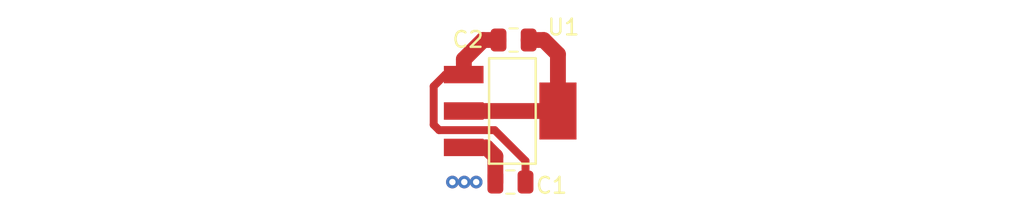
<source format=kicad_pcb>
(kicad_pcb (version 20240108) (generator "pcbnew") (generator_version "8.0")
  (layers (0 "F.Cu" signal) (31 "B.Cu" signal) (34 "B.Paste" user) (35 "F.Paste" user) (36 "B.SilkS" user "B.Silkscreen") (37 "F.SilkS" user "F.Silkscreen") (38 "B.Mask" user) (39 "F.Mask" user) (44 "Edge.Cuts" user))
  (net 0 "")
  (net 1 "gnd")
  (net 2 "vcc-1")
  (net 3 "vcc")
  (footprint "lib:SOT-223-3_L6.5-W3.4-P2.30-LS7.0-BR" (layer "F.Cu") (at 74.36579 119.898441 180)
    (property "Reference" "U1" (at -3.317176 5.293388 360) (layer "F.SilkS"))
    (property "Value" "")
    (fp_line (start 1.37 3.33) (end -1.57 3.33) (stroke (width 0.15)) (layer "F.SilkS"))
    (fp_line (start 1.37 -3.33) (end 1.37 3.33) (stroke (width 0.15)) (layer "F.SilkS"))
    (fp_line (start -1.57 3.33) (end -1.57 -3.33) (stroke (width 0.15)) (layer "F.SilkS"))
    (fp_line (start -1.57 -3.33) (end 1.37 -3.33) (stroke (width 0.15)) (layer "F.SilkS"))
    (pad "1" smd rect (at 2.97 2.3 180) (size 2.5 1.1) (layers "F.Cu" "F.Paste" "F.Mask") (net 1 "gnd"))
    (pad "2" smd rect (at 2.97 0 180) (size 2.5 1.1) (layers "F.Cu" "F.Paste" "F.Mask") (net 2 "vcc-1"))
    (pad "3" smd rect (at 2.97 -2.3 180) (size 2.5 1.1) (layers "F.Cu" "F.Paste" "F.Mask") (net 3 "vcc"))
    (pad "4" smd rect (at -2.97 0 180) (size 2.34 3.6) (layers "F.Cu" "F.Paste" "F.Mask") (net 2 "vcc-1"))
  )
  (footprint "lib:C0805" (layer "F.Cu") (at 74.540415 115.414513 180)
    (property "Reference" "C2" (at 2.872171 0.026229 360) (layer "F.SilkS"))
    (property "Value" "25V 10uF X5R ±10% 0805  Multilayer Ceramic Capacitors MLCC - SMD/SMT ROHS")
    (fp_line (start -0.261252 0.735) (end 0.261252 0.735) (stroke (width 0.12)) (layer "F.SilkS"))
    (fp_line (start -0.261252 -0.735) (end 0.261252 -0.735) (stroke (width 0.12)) (layer "F.SilkS"))
    (pad "1" smd roundrect (at -0.95 0 180) (size 1 1.45) (layers "F.Cu" "F.Paste" "F.Mask") (net 2 "vcc-1"))
    (pad "2" smd roundrect (at 0.95 0 180) (size 1 1.45) (layers "F.Cu" "F.Paste" "F.Mask") (net 1 "gnd"))
  )
  (footprint "lib:C0805" (layer "F.Cu") (at 74.342391 124.386528)
    (property "Reference" "C1" (at 2.590575 0.218525 360) (layer "F.SilkS"))
    (property "Value" "25V 10uF X5R ±10% 0805  Multilayer Ceramic Capacitors MLCC - SMD/SMT ROHS")
    (fp_line (start -0.261252 -0.735) (end 0.261252 -0.735) (stroke (width 0.12)) (layer "F.SilkS"))
    (fp_line (start -0.261252 0.735) (end 0.261252 0.735) (stroke (width 0.12)) (layer "F.SilkS"))
    (pad "1" smd roundrect (at -0.95 0) (size 1 1.45) (layers "F.Cu" "F.Paste" "F.Mask") (net 3 "vcc"))
    (pad "2" smd roundrect (at 0.95 0) (size 1 1.45) (layers "F.Cu" "F.Paste" "F.Mask") (net 1 "gnd"))
  )
  (segment (start 69.505415 120.766781) (end 69.505415 118.337421) (width 0.5) (layer "F.Cu") (net 1))
  (segment (start 70.244395 117.598441) (end 71.39579 117.598441) (width 0.5) (layer "F.Cu") (net 1))
  (segment (start 73.34924 121.106891) (end 69.845525 121.106891) (width 0.5) (layer "F.Cu") (net 1))
  (segment (start 71.39579 117.598441) (end 71.406487 117.598441) (width 0.25) (layer "F.Cu") (net 1))
  (segment (start 69.505415 118.337421) (end 70.244395 117.598441) (width 0.5) (layer "F.Cu") (net 1))
  (segment (start 71.406487 117.598441) (end 71.406487 116.630698) (width 1) (layer "F.Cu") (net 1))
  (segment (start 75.292391 124.386528) (end 75.292391 123.050042) (width 0.5) (layer "F.Cu") (net 1))
  (segment (start 71.406487 116.630698) (end 72.622672 115.414513) (width 1) (layer "F.Cu") (net 1))
  (segment (start 69.845525 121.106891) (end 69.505415 120.766781) (width 0.5) (layer "F.Cu") (net 1))
  (segment (start 75.292391 123.050042) (end 73.34924 121.106891) (width 0.5) (layer "F.Cu") (net 1))
  (segment (start 72.622672 115.414513) (end 73.590415 115.414513) (width 1) (layer "F.Cu") (net 1))
  (via (at 72.182966 124.386528) (size 0.8) (drill 0.4) (layers "F.Cu" "B.Cu") (net 1))
  (via (at 71.432966 124.386528) (size 0.8) (drill 0.4) (layers "F.Cu" "B.Cu") (net 1))
  (via (at 70.682966 124.386528) (size 0.8) (drill 0.4) (layers "F.Cu" "B.Cu") (net 1))
  (segment (start 77.33579 116.311664) (end 77.33579 119.898441) (width 1) (layer "F.Cu") (net 2))
  (segment (start 71.39579 119.898441) (end 77.33579 119.898441) (width 1) (layer "F.Cu") (net 2))
  (segment (start 75.490415 115.414513) (end 76.438639 115.414513) (width 1) (layer "F.Cu") (net 2))
  (segment (start 76.438639 115.414513) (end 77.33579 116.311664) (width 1) (layer "F.Cu") (net 2))
  (segment (start 73.392391 124.386528) (end 73.392391 122.758857) (width 1) (layer "F.Cu") (net 3))
  (segment (start 73.392391 122.758857) (end 72.831975 122.198441) (width 1) (layer "F.Cu") (net 3))
  (segment (start 72.831975 122.198441) (end 71.39579 122.198441) (width 1) (layer "F.Cu") (net 3))
)
</source>
